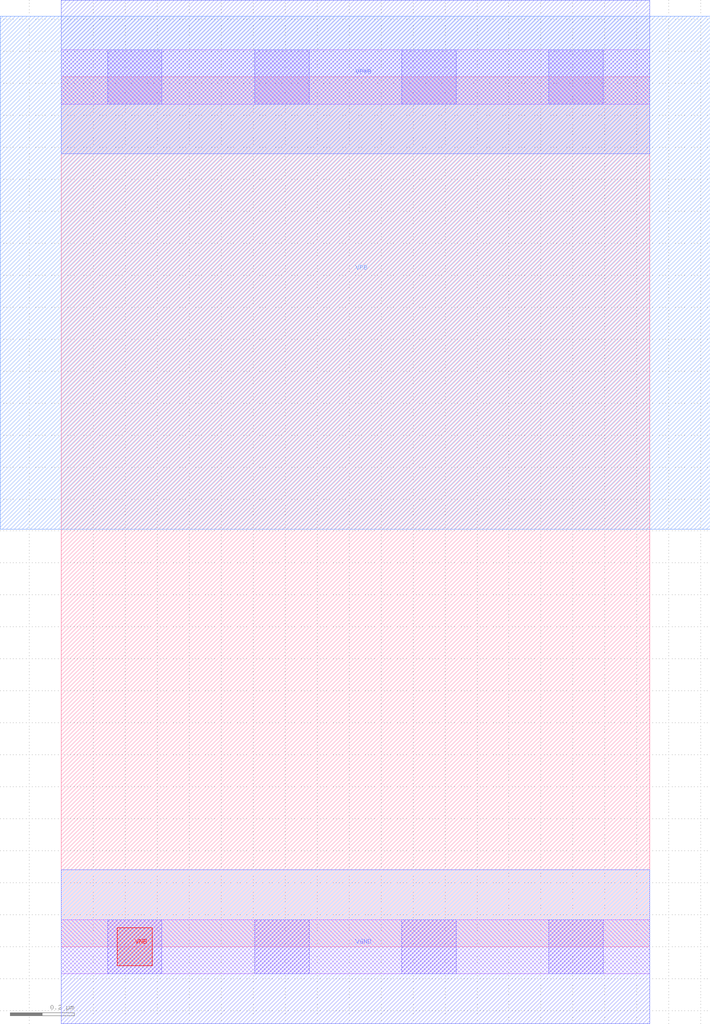
<source format=lef>
# Copyright 2020 The SkyWater PDK Authors
#
# Licensed under the Apache License, Version 2.0 (the "License");
# you may not use this file except in compliance with the License.
# You may obtain a copy of the License at
#
#     https://www.apache.org/licenses/LICENSE-2.0
#
# Unless required by applicable law or agreed to in writing, software
# distributed under the License is distributed on an "AS IS" BASIS,
# WITHOUT WARRANTIES OR CONDITIONS OF ANY KIND, either express or implied.
# See the License for the specific language governing permissions and
# limitations under the License.
#
# SPDX-License-Identifier: Apache-2.0

VERSION 5.7 ;
  NOWIREEXTENSIONATPIN ON ;
  DIVIDERCHAR "/" ;
  BUSBITCHARS "[]" ;
MACRO sky130_fd_sc_hd__fill_4
  CLASS CORE SPACER ;
  FOREIGN sky130_fd_sc_hd__fill_4 ;
  ORIGIN  0.000000  0.000000 ;
  SIZE  1.840000 BY  2.720000 ;
  SYMMETRY X Y R90 ;
  SITE unithd ;
  PIN VGND
    DIRECTION INOUT ;
    SHAPE ABUTMENT ;
    USE GROUND ;
    PORT
      LAYER met1 ;
        RECT 0.000000 -0.240000 1.840000 0.240000 ;
    END
  END VGND
  PIN VNB
    DIRECTION INOUT ;
    USE GROUND ;
    PORT
      LAYER pwell ;
        RECT 0.175000 -0.060000 0.285000 0.060000 ;
    END
  END VNB
  PIN VPB
    DIRECTION INOUT ;
    USE POWER ;
    PORT
      LAYER nwell ;
        RECT -0.190000 1.305000 2.030000 2.910000 ;
    END
  END VPB
  PIN VPWR
    DIRECTION INOUT ;
    SHAPE ABUTMENT ;
    USE POWER ;
    PORT
      LAYER met1 ;
        RECT 0.000000 2.480000 1.840000 2.960000 ;
    END
  END VPWR
  OBS
    LAYER li1 ;
      RECT 0.000000 -0.085000 1.840000 0.085000 ;
      RECT 0.000000  2.635000 1.840000 2.805000 ;
    LAYER mcon ;
      RECT 0.145000 -0.085000 0.315000 0.085000 ;
      RECT 0.145000  2.635000 0.315000 2.805000 ;
      RECT 0.605000 -0.085000 0.775000 0.085000 ;
      RECT 0.605000  2.635000 0.775000 2.805000 ;
      RECT 1.065000 -0.085000 1.235000 0.085000 ;
      RECT 1.065000  2.635000 1.235000 2.805000 ;
      RECT 1.525000 -0.085000 1.695000 0.085000 ;
      RECT 1.525000  2.635000 1.695000 2.805000 ;
  END
END sky130_fd_sc_hd__fill_4
END LIBRARY

</source>
